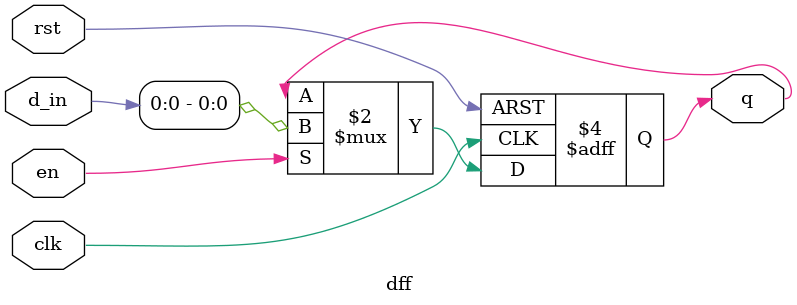
<source format=sv>
/*----------------------------------------------------------------------------------
-- Company: University
-- Engineer: student
-- Create Date: 24.10.2016 
-- Module Name: D-flipflop - Behavioral
-- Project Name: D-flipflop
-- Target Devices: 
-- HDL: SystemVerilog
-- Tool Versions: ModelSim Altera starter edition
-- Description: D-flipflop with asynchronous reset and enable signal
-- Revision 0.01 - File Created
----------------------------------------------------------------------------------*/

module dff(input logic clk,
		input logic rst,
		input logic en,
		input logic [7:0] d_in,
		output logic q);
//asynchronous rst
always_ff @ (posedge clk, posedge rst)
	if(rst) q <= 8'b0;
	else if(en) q <= d_in;
endmodule

</source>
